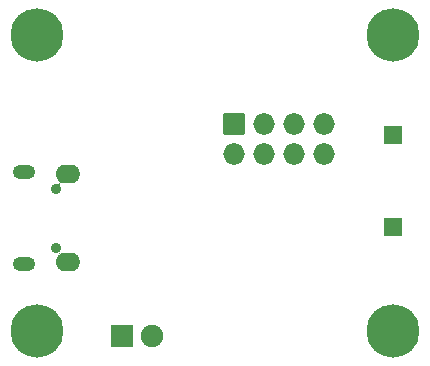
<source format=gbs>
%TF.GenerationSoftware,KiCad,Pcbnew,(6.0.7)*%
%TF.CreationDate,2022-09-15T17:21:33-05:00*%
%TF.ProjectId,starlightremote,73746172-6c69-4676-9874-72656d6f7465,rev?*%
%TF.SameCoordinates,Original*%
%TF.FileFunction,Soldermask,Bot*%
%TF.FilePolarity,Negative*%
%FSLAX46Y46*%
G04 Gerber Fmt 4.6, Leading zero omitted, Abs format (unit mm)*
G04 Created by KiCad (PCBNEW (6.0.7)) date 2022-09-15 17:21:33*
%MOMM*%
%LPD*%
G01*
G04 APERTURE LIST*
G04 Aperture macros list*
%AMRoundRect*
0 Rectangle with rounded corners*
0 $1 Rounding radius*
0 $2 $3 $4 $5 $6 $7 $8 $9 X,Y pos of 4 corners*
0 Add a 4 corners polygon primitive as box body*
4,1,4,$2,$3,$4,$5,$6,$7,$8,$9,$2,$3,0*
0 Add four circle primitives for the rounded corners*
1,1,$1+$1,$2,$3*
1,1,$1+$1,$4,$5*
1,1,$1+$1,$6,$7*
1,1,$1+$1,$8,$9*
0 Add four rect primitives between the rounded corners*
20,1,$1+$1,$2,$3,$4,$5,0*
20,1,$1+$1,$4,$5,$6,$7,0*
20,1,$1+$1,$6,$7,$8,$9,0*
20,1,$1+$1,$8,$9,$2,$3,0*%
G04 Aperture macros list end*
%ADD10RoundRect,0.051000X-0.750000X0.750000X-0.750000X-0.750000X0.750000X-0.750000X0.750000X0.750000X0*%
%ADD11RoundRect,0.051000X-0.900000X-0.900000X0.900000X-0.900000X0.900000X0.900000X-0.900000X0.900000X0*%
%ADD12C,1.902000*%
%ADD13O,0.902000X0.902000*%
%ADD14O,2.102000X1.552000*%
%ADD15O,1.902000X1.252000*%
%ADD16C,4.502000*%
%ADD17RoundRect,0.051000X-0.863600X0.863600X-0.863600X-0.863600X0.863600X-0.863600X0.863600X0.863600X0*%
%ADD18O,1.829200X1.829200*%
G04 APERTURE END LIST*
D10*
X123031250Y-83412500D03*
X123031250Y-91212500D03*
D11*
X100012500Y-100500000D03*
D12*
X102552500Y-100500000D03*
D13*
X94462500Y-87987500D03*
X94462500Y-92987500D03*
D14*
X95512500Y-94212500D03*
D15*
X91712500Y-94362500D03*
D14*
X95512500Y-86762500D03*
D15*
X91712500Y-86612500D03*
D16*
X92868750Y-100012500D03*
X92841250Y-74993500D03*
X123003750Y-74993500D03*
X123031250Y-100012500D03*
D17*
X109537500Y-82550000D03*
D18*
X109537500Y-85090000D03*
X112077500Y-82550000D03*
X112077500Y-85090000D03*
X114617500Y-82550000D03*
X114617500Y-85090000D03*
X117157500Y-82550000D03*
X117157500Y-85090000D03*
G36*
X94804472Y-93276456D02*
G01*
X94804155Y-93278287D01*
X94777490Y-93313037D01*
X94752409Y-93377911D01*
X94766325Y-93445758D01*
X94814712Y-93495310D01*
X94882371Y-93510874D01*
X94913027Y-93505079D01*
X94986430Y-93481229D01*
X94988386Y-93481645D01*
X94989004Y-93483547D01*
X94987706Y-93485020D01*
X94903069Y-93514494D01*
X94756870Y-93605849D01*
X94754871Y-93605919D01*
X94753811Y-93604223D01*
X94754107Y-93603104D01*
X94784527Y-93553727D01*
X94783208Y-93484482D01*
X94744662Y-93426942D01*
X94681099Y-93399364D01*
X94632559Y-93405931D01*
X94630709Y-93405172D01*
X94630441Y-93403190D01*
X94631765Y-93402019D01*
X94640815Y-93399552D01*
X94749292Y-93332946D01*
X94801085Y-93275727D01*
X94802989Y-93275114D01*
X94804472Y-93276456D01*
G37*
G36*
X94756046Y-87367279D02*
G01*
X94893358Y-87455770D01*
X94984417Y-87488913D01*
X94985703Y-87490445D01*
X94985019Y-87492324D01*
X94983115Y-87492694D01*
X94913179Y-87469971D01*
X94843651Y-87467985D01*
X94784341Y-87503750D01*
X94753784Y-87565902D01*
X94761698Y-87634877D01*
X94777390Y-87661833D01*
X94806271Y-87699472D01*
X94806532Y-87701455D01*
X94804945Y-87702673D01*
X94803169Y-87701996D01*
X94757647Y-87649165D01*
X94650826Y-87579926D01*
X94623166Y-87571654D01*
X94621793Y-87570200D01*
X94622366Y-87568284D01*
X94623953Y-87567749D01*
X94687781Y-87574611D01*
X94749710Y-87543610D01*
X94785050Y-87484047D01*
X94782577Y-87414802D01*
X94753290Y-87370055D01*
X94753178Y-87368058D01*
X94754851Y-87366963D01*
X94756046Y-87367279D01*
G37*
M02*

</source>
